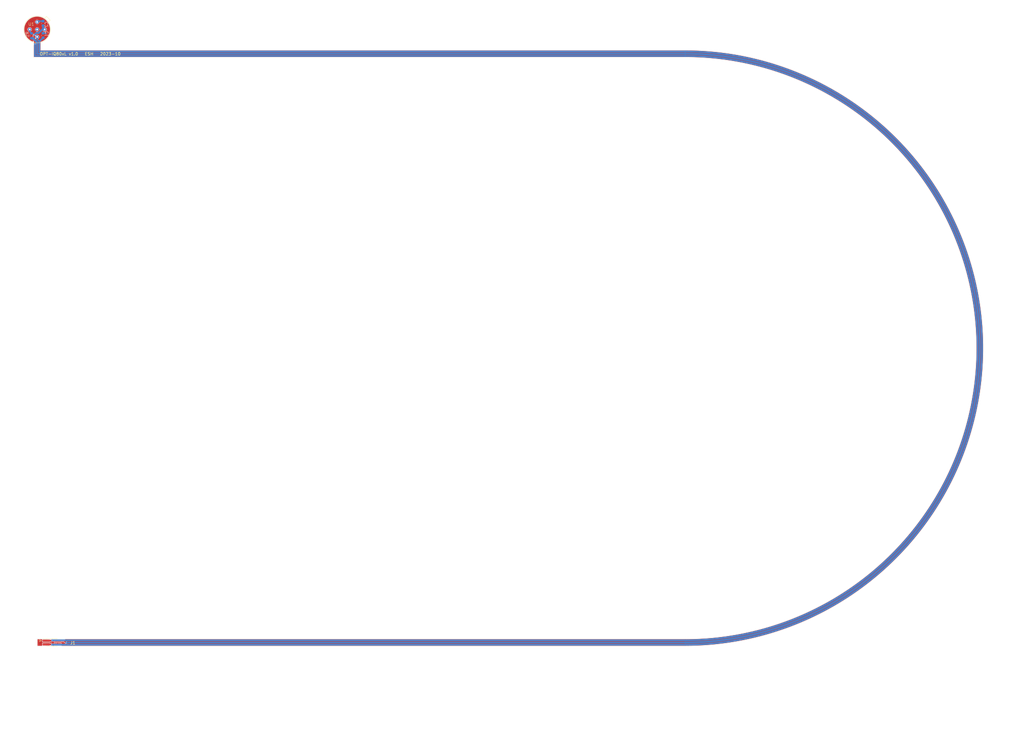
<source format=kicad_pcb>
(kicad_pcb (version 20221018) (generator pcbnew)
  (layers (0 "F.Cu" signal) (31 "B.Cu" signal) (34 "B.Paste" user) (35 "F.Paste" user) (36 "B.SilkS" user "B.Silkscreen") (37 "F.SilkS" user "F.Silkscreen") (38 "B.Mask" user) (39 "F.Mask" user) (44 "Edge.Cuts" user))
  (net 0 "")
  (net 1 "VCC")
  (net 2 "GND")
  (net 3 "VSS")
  (net 4 "Net-(J1-Pin_2)")
  (net 5 "Net-(U1-OUT)")
  (footprint "my_header:PinHeader_2x02_P1.27mm_compact" (layer "F.Cu") (at 30 233.25)
    (fp_text reference "J1" (at 7.112 0.127) (layer "F.SilkS"))
    (fp_text value "Conn_02x02_Odd_Even")
    (fp_line (start -4.191 -1.016) (end -3.556 -0.635) (stroke (width 0.1)) (layer "F.SilkS"))
    (fp_line (start -4.191 -0.254) (end -4.191 -1.016) (stroke (width 0.1)) (layer "F.SilkS"))
    (fp_line (start -3.556 -0.635) (end -4.191 -0.254) (stroke (width 0.1)) (layer "F.SilkS"))
    (fp_line (start -3.09 -1.265) (end -1.765 -1.265) (stroke (width 0.12)) (layer "F.SilkS"))
    (fp_line (start -1.765 -1.33) (end -1.765 -1.265) (stroke (width 0.12)) (layer "F.SilkS"))
    (fp_line (start -1.765 -1.33) (end 1.765 -1.33) (stroke (width 0.12)) (layer "F.SilkS"))
    (fp_line (start -1.765 1.265) (end -1.765 1.33) (stroke (width 0.12)) (layer "F.SilkS"))
    (fp_line (start -1.765 1.33) (end 1.765 1.33) (stroke (width 0.12)) (layer "F.SilkS"))
    (fp_line (start 1.765 -1.33) (end 1.765 -1.265) (stroke (width 0.12)) (layer "F.SilkS"))
    (fp_line (start 1.765 1.265) (end 1.765 1.33) (stroke (width 0.12)) (layer "F.SilkS"))
    (pad "1" smd rect (at -1.95 -0.635) (size 2.4 0.74) (layers "F.Cu" "F.Paste" "F.Mask") (net 3 "VSS"))
    (pad "2" smd rect (at 1.95 -0.635) (size 2.4 0.74) (layers "F.Cu" "F.Paste" "F.Mask") (net 4 "Net-(J1-Pin_2)"))
    (pad "3" smd rect (at -1.95 0.635) (size 2.4 0.74) (layers "F.Cu" "F.Paste" "F.Mask") (net 1 "VCC"))
    (pad "4" smd rect (at 1.95 0.635) (size 2.4 0.74) (layers "F.Cu" "F.Paste" "F.Mask") (net 2 "GND"))
  )
  (footprint "my_IQ80:IQ80xL" (layer "F.Cu") (at 25 25 90)
    (fp_text reference "U1" (at 1.8 -2 unlocked) (layer "F.SilkS") (effects (font (thickness 0.1))))
    (fp_text value "IQ80xL")
    (fp_line (start 2.54 3.81) (end 3.175 4.445) (stroke (width 0.1)) (layer "F.SilkS"))
    (fp_line (start 3.175 4.445) (end 4.445 3.175) (stroke (width 0.1)) (layer "F.SilkS"))
    (fp_line (start 4.445 3.175) (end 3.81 2.54) (stroke (width 0.1)) (layer "F.SilkS"))
    (fp_circle (center 0 0) (end 3.81 2.54) (stroke (width 0.1)) (fill none) (layer "F.SilkS"))
    (pad "1" thru_hole circle (at 2.54 0 90) (size 1.143 1.143) (drill 0.5588) (layers "*.Cu" "*.Mask") (net 2 "GND"))
    (pad "2" thru_hole circle (at 0 -2.54 90) (size 1.143 1.143) (drill 0.5588) (layers "*.Cu" "*.Mask") (net 5 "Net-(U1-OUT)"))
    (pad "3" thru_hole circle (at -2.54 0 90) (size 1.143 1.143) (drill 0.5588) (layers "*.Cu" "*.Mask") (net 1 "VCC"))
    (pad "4" thru_hole circle (at 0 2.54 90) (size 1.143 1.143) (drill 0.5588) (layers "*.Cu" "*.Mask") (net 3 "VSS"))
    (pad "5" thru_hole circle (at 0 0 90) (size 1.143 1.143) (drill 0.5588) (layers "*.Cu" "*.Mask") (net 2 "GND"))
  )
  (footprint "Capacitor_SMD:C_0603_1608Metric" (layer "B.Cu") (at 27 22.95 90)
    (fp_text reference "C2" (at -0.35 1.2 90) (layer "B.SilkS") (effects (justify mirror)))
    (fp_text value "C_Small")
    (fp_line (start -0.14058 -0.51) (end 0.14058 -0.51) (stroke (width 0.12)) (layer "B.SilkS"))
    (fp_line (start -0.14058 0.51) (end 0.14058 0.51) (stroke (width 0.12)) (layer "B.SilkS"))
    (pad "1" smd roundrect (at -0.775 0 90) (size 0.9 0.95) (layers "B.Cu" "B.Paste" "B.Mask") (net 3 "VSS"))
    (pad "2" smd roundrect (at 0.775 0 90) (size 0.9 0.95) (layers "B.Cu" "B.Paste" "B.Mask") (net 2 "GND"))
  )
  (footprint "Capacitor_SMD:C_0603_1608Metric" (layer "B.Cu") (at 27 27.05 90)
    (fp_text reference "C1" (at 0.55 1.3 90) (layer "B.SilkS") (effects (justify mirror)))
    (fp_text value "C_Small")
    (fp_line (start -0.14058 -0.51) (end 0.14058 -0.51) (stroke (width 0.12)) (layer "B.SilkS"))
    (fp_line (start -0.14058 0.51) (end 0.14058 0.51) (stroke (width 0.12)) (layer "B.SilkS"))
    (pad "1" smd roundrect (at -0.775 0 90) (size 0.9 0.95) (layers "B.Cu" "B.Paste" "B.Mask") (net 1 "VCC"))
    (pad "2" smd roundrect (at 0.775 0 90) (size 0.9 0.95) (layers "B.Cu" "B.Paste" "B.Mask") (net 2 "GND"))
  )
  (footprint "Resistor_SMD:R_0603_1608Metric" (layer "B.Cu") (at 23.1 27.15 -90)
    (fp_text reference "R1" (at -0.45 1.4 90) (layer "B.SilkS") (effects (justify mirror)))
    (fp_text value "0R")
    (fp_line (start -0.237258 -0.5225) (end 0.237258 -0.5225) (stroke (width 0.12)) (layer "B.SilkS"))
    (fp_line (start -0.237258 0.5225) (end 0.237258 0.5225) (stroke (width 0.12)) (layer "B.SilkS"))
    (pad "1" smd roundrect (at -0.825 0 270) (size 0.8 0.95) (layers "B.Cu" "B.Paste" "B.Mask") (net 5 "Net-(U1-OUT)"))
    (pad "2" smd roundrect (at 0.825 0 270) (size 0.8 0.95) (layers "B.Cu" "B.Paste" "B.Mask") (net 4 "Net-(J1-Pin_2)"))
  )
  (gr_arc (start 23.75 29.322904) (mid 25 20.5) (end 26.25 29.322904) (stroke (width 0.05)) (layer "Edge.Cuts"))
  (gr_line (start 23.75 34.5) (end 245 34.5) (stroke (width 0.05)) (layer "Edge.Cuts"))
  (gr_arc (start 245 32) (mid 346.25 133.25) (end 245 234.5) (stroke (width 0.05)) (layer "Edge.Cuts"))
  (gr_line (start 25 232) (end 245 232) (stroke (width 0.05)) (layer "Edge.Cuts"))
  (gr_arc (start 245 34.5) (mid 343.75 133.25) (end 245 232) (stroke (width 0.05)) (layer "Edge.Cuts"))
  (gr_line (start 245 32) (end 26.25 32) (stroke (width 0.05)) (layer "Edge.Cuts"))
  (gr_line (start 26.25 32) (end 26.25 29.322904) (stroke (width 0.05)) (layer "Edge.Cuts"))
  (gr_line (start 23.75 29.32033) (end 23.75 34.5) (stroke (width 0.05)) (layer "Edge.Cuts"))
  (gr_line (start 25 232) (end 25 234.5) (stroke (width 0.05)) (layer "Edge.Cuts"))
  (gr_line (start 25 234.5) (end 245 234.5) (stroke (width 0.05)) (layer "Edge.Cuts"))
  (gr_text "OPT-IQ80xL v1.0   ESH   2023-10" (at 25.8 33.9) (layer "F.SilkS") (effects (font (size 1 1)) (justify left bottom)))
  (segment (start 28.05 233.885) (end 29.835 233.885) (width 0.6) (layer "F.Cu") (net 1))
  (segment (start 29.835 233.885) (end 29.95 234) (width 0.6) (layer "F.Cu") (net 1))
  (via (at 29.95 234) (size 0.4) (drill 0.2) (layers "F.Cu" "B.Cu") (net 1))
  (segment (start 25 27.54) (end 25 28.325) (width 0.5) (layer "B.Cu") (net 1))
  (segment (start 25.75 29.075) (end 25.75 29.1) (width 0.6) (layer "B.Cu") (net 1))
  (segment (start 27 27.825) (end 25.75 29.075) (width 0.6) (layer "B.Cu") (net 1))
  (segment (start 25 28.325) (end 25.75 29.075) (width 0.5) (layer "B.Cu") (net 1))
  (segment (start 25.75 29.1) (end 25.75 32.5) (width 0.6) (layer "B.Cu") (net 1))
  (segment (start 29.95 234) (end 245 234) (width 0.6) (layer "B.Cu") (net 1))
  (segment (start 27 27.825) (end 26.925 27.825) (width 0.6) (layer "B.Cu") (net 1))
  (segment (start 25.75 32.5) (end 245 32.5) (width 0.6) (layer "B.Cu") (net 1))
  (arc (start 245 32.5) (mid 345.75 133.25) (end 245 234) (width 0.6) (layer "B.Cu") (net 1))
  (via (at 27.975 26.275) (size 0.4) (drill 0.2) (layers "F.Cu" "B.Cu") (net 2))
  (segment (start 25.285 22.175) (end 25 22.46) (width 0.5) (layer "B.Cu") (net 2))
  (segment (start 27 26.275) (end 27.975 26.275) (width 0.5) (layer "B.Cu") (net 2))
  (segment (start 27 22.175) (end 25.285 22.175) (width 0.5) (layer "B.Cu") (net 2))
  (segment (start 28 26.3) (end 27.975 26.275) (width 0.5) (layer "B.Cu") (net 2))
  (segment (start 24.25 29) (end 24.25 29.9) (width 0.6) (layer "F.Cu") (net 3))
  (segment (start 24 28.75) (end 24.25 29) (width 0.6) (layer "F.Cu") (net 3))
  (segment (start 28.05 232.615) (end 29.935 232.615) (width 0.6) (layer "F.Cu") (net 3))
  (segment (start 24 26.9) (end 24 28.75) (width 0.6) (layer "F.Cu") (net 3))
  (segment (start 29.935 232.615) (end 30.05 232.5) (width 0.6) (layer "F.Cu") (net 3))
  (via (at 24.25 29.9) (size 0.4) (drill 0.2) (layers "F.Cu" "B.Cu") (net 3))
  (via (at 30.05 232.5) (size 0.4) (drill 0.2) (layers "F.Cu" "B.Cu") (net 3))
  (via (at 24 26.9) (size 0.4) (drill 0.2) (layers "F.Cu" "B.Cu") (net 3))
  (segment (start 26.75 25) (end 25.55 26.2) (width 0.6) (layer "B.Cu") (net 3))
  (segment (start 27 24.46) (end 27.54 25) (width 0.6) (layer "B.Cu") (net 3))
  (segment (start 30.05 232.5) (end 245 232.5) (width 0.6) (layer "B.Cu") (net 3))
  (segment (start 27 23.725) (end 27 24.46) (width 0.6) (layer "B.Cu") (net 3))
  (segment (start 24.25 29.9) (end 24.25 34) (width 0.6) (layer "B.Cu") (net 3))
  (segment (start 27.54 25) (end 26.75 25) (width 0.6) (layer "B.Cu") (net 3))
  (segment (start 25.55 26.2) (end 24.7 26.2) (width 0.6) (layer "B.Cu") (net 3))
  (segment (start 24.25 34) (end 245 34) (width 0.6) (layer "B.Cu") (net 3))
  (segment (start 24.7 26.2) (end 24 26.9) (width 0.6) (layer "B.Cu") (net 3))
  (arc (start 245 34) (mid 344.25 133.25) (end 245 232.5) (width 0.6) (layer "B.Cu") (net 3))
  (segment (start 31.95 232.615) (end 34.215 232.615) (width 0.6) (layer "F.Cu") (net 4))
  (segment (start 34.215 232.615) (end 34.85 233.25) (width 0.6) (layer "F.Cu") (net 4))
  (via (at 34.85 233.25) (size 0.4) (drill 0.2) (layers "F.Cu" "B.Cu") (net 4))
  (segment (start 23.1 27.975) (end 23.575 27.975) (width 0.7) (layer "B.Cu") (net 4))
  (segment (start 23.575 27.975) (end 25 29.4) (width 0.7) (layer "B.Cu") (net 4))
  (segment (start 25 33.25) (end 245 33.25) (width 0.7) (layer "B.Cu") (net 4))
  (segment (start 25 29.4) (end 25 33.25) (width 0.7) (layer "B.Cu") (net 4))
  (segment (start 34.85 233.25) (end 245 233.25) (width 0.6) (layer "B.Cu") (net 4))
  (arc (start 245 33.25) (mid 345 133.25) (end 245 233.25) (width 0.7) (layer "B.Cu") (net 4))
  (segment (start 22.46 25) (end 22.46 25.685) (width 0.5) (layer "B.Cu") (net 5))
  (segment (start 22.46 25.685) (end 23.1 26.325) (width 0.5) (layer "B.Cu") (net 5))
  (zone (net 2) (net_name "GND") (layer "F.Cu") (connect_pads (clearance 0.15)) (min_thickness 0.15) (fill yes (thermal_gap 0.15) (thermal_bridge_width 0.15))
    (polygon (pts (xy 15 15) (xy 360 15) (xy 360 265) (xy 15 265)))
  )
)
</source>
